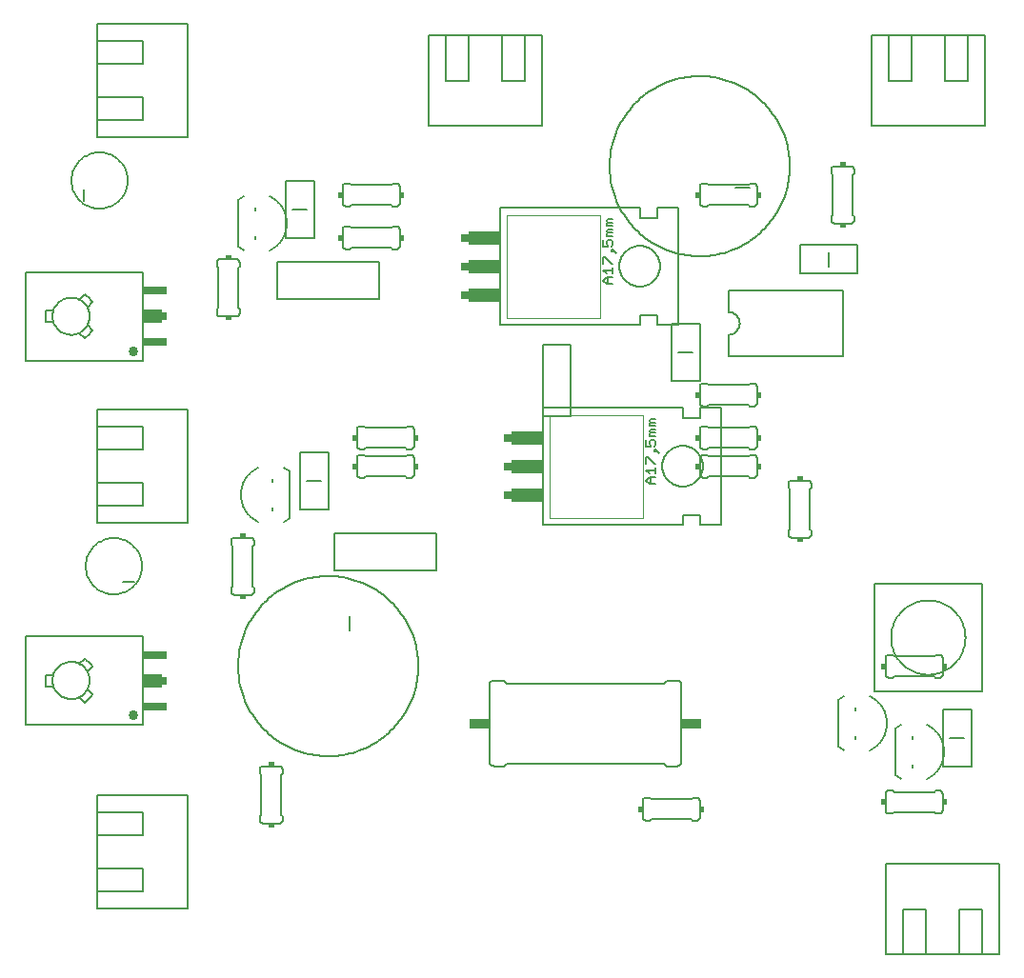
<source format=gto>
G75*
%MOIN*%
%OFA0B0*%
%FSLAX24Y24*%
%IPPOS*%
%LPD*%
%AMOC8*
5,1,8,0,0,1.08239X$1,22.5*
%
%ADD10C,0.0060*%
%ADD11R,0.0200X0.0150*%
%ADD12R,0.0150X0.0200*%
%ADD13C,0.0080*%
%ADD14C,0.0050*%
%ADD15C,0.0340*%
%ADD16R,0.0700X0.0500*%
%ADD17R,0.0850X0.0300*%
%ADD18C,0.0020*%
%ADD19R,0.0250X0.0300*%
%ADD20R,0.1100X0.0500*%
%ADD21R,0.0710X0.0320*%
D10*
X003750Y011450D02*
X003750Y014550D01*
X007850Y014550D01*
X007850Y011450D01*
X003750Y011450D01*
X004472Y012800D02*
X004731Y012800D01*
X004731Y013200D02*
X004472Y013200D01*
X005820Y012233D02*
X005868Y012264D01*
X005914Y012299D01*
X005958Y012336D01*
X005999Y012377D01*
X006038Y012420D01*
X006074Y012465D01*
X006106Y012512D01*
X005925Y012697D01*
X005639Y012418D02*
X005820Y012233D01*
X006106Y013488D02*
X006074Y013535D01*
X006038Y013580D01*
X005999Y013623D01*
X005958Y013664D01*
X005914Y013701D01*
X005868Y013736D01*
X005820Y013767D01*
X005639Y013582D01*
X005925Y013303D02*
X006106Y013488D01*
X004700Y013000D02*
X004702Y013050D01*
X004708Y013100D01*
X004718Y013150D01*
X004731Y013198D01*
X004748Y013246D01*
X004769Y013292D01*
X004793Y013336D01*
X004821Y013378D01*
X004852Y013418D01*
X004886Y013455D01*
X004923Y013490D01*
X004962Y013521D01*
X005003Y013550D01*
X005047Y013575D01*
X005093Y013597D01*
X005140Y013615D01*
X005188Y013629D01*
X005237Y013640D01*
X005287Y013647D01*
X005337Y013650D01*
X005388Y013649D01*
X005438Y013644D01*
X005488Y013635D01*
X005536Y013623D01*
X005584Y013606D01*
X005630Y013586D01*
X005675Y013563D01*
X005718Y013536D01*
X005758Y013506D01*
X005796Y013473D01*
X005831Y013437D01*
X005864Y013398D01*
X005893Y013357D01*
X005919Y013314D01*
X005942Y013269D01*
X005961Y013222D01*
X005976Y013174D01*
X005988Y013125D01*
X005996Y013075D01*
X006000Y013025D01*
X006000Y012975D01*
X005996Y012925D01*
X005988Y012875D01*
X005976Y012826D01*
X005961Y012778D01*
X005942Y012731D01*
X005919Y012686D01*
X005893Y012643D01*
X005864Y012602D01*
X005831Y012563D01*
X005796Y012527D01*
X005758Y012494D01*
X005718Y012464D01*
X005675Y012437D01*
X005630Y012414D01*
X005584Y012394D01*
X005536Y012377D01*
X005488Y012365D01*
X005438Y012356D01*
X005388Y012351D01*
X005337Y012350D01*
X005287Y012353D01*
X005237Y012360D01*
X005188Y012371D01*
X005140Y012385D01*
X005093Y012403D01*
X005047Y012425D01*
X005003Y012450D01*
X004962Y012479D01*
X004923Y012510D01*
X004886Y012545D01*
X004852Y012582D01*
X004821Y012622D01*
X004793Y012664D01*
X004769Y012708D01*
X004748Y012754D01*
X004731Y012802D01*
X004718Y012850D01*
X004708Y012900D01*
X004702Y012950D01*
X004700Y013000D01*
X004473Y013200D02*
X004462Y013143D01*
X004454Y013086D01*
X004450Y013029D01*
X004450Y012971D01*
X004454Y012914D01*
X004462Y012857D01*
X004473Y012800D01*
X010950Y016100D02*
X010950Y016250D01*
X011000Y016300D01*
X011000Y017700D01*
X010950Y017750D01*
X010950Y017900D01*
X010952Y017917D01*
X010956Y017934D01*
X010963Y017950D01*
X010973Y017964D01*
X010986Y017977D01*
X011000Y017987D01*
X011016Y017994D01*
X011033Y017998D01*
X011050Y018000D01*
X011650Y018000D01*
X011667Y017998D01*
X011684Y017994D01*
X011700Y017987D01*
X011714Y017977D01*
X011727Y017964D01*
X011737Y017950D01*
X011744Y017934D01*
X011748Y017917D01*
X011750Y017900D01*
X011750Y017750D01*
X011700Y017700D01*
X011700Y016300D01*
X011750Y016250D01*
X011750Y016100D01*
X011748Y016083D01*
X011744Y016066D01*
X011737Y016050D01*
X011727Y016036D01*
X011714Y016023D01*
X011700Y016013D01*
X011684Y016006D01*
X011667Y016002D01*
X011650Y016000D01*
X011050Y016000D01*
X011033Y016002D01*
X011016Y016006D01*
X011000Y016013D01*
X010986Y016023D01*
X010973Y016036D01*
X010963Y016050D01*
X010956Y016066D01*
X010952Y016083D01*
X010950Y016100D01*
X015350Y020200D02*
X015350Y020800D01*
X015352Y020817D01*
X015356Y020834D01*
X015363Y020850D01*
X015373Y020864D01*
X015386Y020877D01*
X015400Y020887D01*
X015416Y020894D01*
X015433Y020898D01*
X015450Y020900D01*
X015600Y020900D01*
X015650Y020850D01*
X017050Y020850D01*
X017100Y020900D01*
X017250Y020900D01*
X017267Y020898D01*
X017284Y020894D01*
X017300Y020887D01*
X017314Y020877D01*
X017327Y020864D01*
X017337Y020850D01*
X017344Y020834D01*
X017348Y020817D01*
X017350Y020800D01*
X017350Y020200D01*
X017348Y020183D01*
X017344Y020166D01*
X017337Y020150D01*
X017327Y020136D01*
X017314Y020123D01*
X017300Y020113D01*
X017284Y020106D01*
X017267Y020102D01*
X017250Y020100D01*
X017100Y020100D01*
X017050Y020150D01*
X015650Y020150D01*
X015600Y020100D01*
X015450Y020100D01*
X015433Y020102D01*
X015416Y020106D01*
X015400Y020113D01*
X015386Y020123D01*
X015373Y020136D01*
X015363Y020150D01*
X015356Y020166D01*
X015352Y020183D01*
X015350Y020200D01*
X015450Y021100D02*
X015600Y021100D01*
X015650Y021150D01*
X017050Y021150D01*
X017100Y021100D01*
X017250Y021100D01*
X017267Y021102D01*
X017284Y021106D01*
X017300Y021113D01*
X017314Y021123D01*
X017327Y021136D01*
X017337Y021150D01*
X017344Y021166D01*
X017348Y021183D01*
X017350Y021200D01*
X017350Y021800D01*
X017348Y021817D01*
X017344Y021834D01*
X017337Y021850D01*
X017327Y021864D01*
X017314Y021877D01*
X017300Y021887D01*
X017284Y021894D01*
X017267Y021898D01*
X017250Y021900D01*
X017100Y021900D01*
X017050Y021850D01*
X015650Y021850D01*
X015600Y021900D01*
X015450Y021900D01*
X015433Y021898D01*
X015416Y021894D01*
X015400Y021887D01*
X015386Y021877D01*
X015373Y021864D01*
X015363Y021850D01*
X015356Y021834D01*
X015352Y021817D01*
X015350Y021800D01*
X015350Y021200D01*
X015352Y021183D01*
X015356Y021166D01*
X015363Y021150D01*
X015373Y021136D01*
X015386Y021123D01*
X015400Y021113D01*
X015416Y021106D01*
X015433Y021102D01*
X015450Y021100D01*
X011150Y025750D02*
X010550Y025750D01*
X010533Y025752D01*
X010516Y025756D01*
X010500Y025763D01*
X010486Y025773D01*
X010473Y025786D01*
X010463Y025800D01*
X010456Y025816D01*
X010452Y025833D01*
X010450Y025850D01*
X010450Y026000D01*
X010500Y026050D01*
X010500Y027450D01*
X010450Y027500D01*
X010450Y027650D01*
X010452Y027667D01*
X010456Y027684D01*
X010463Y027700D01*
X010473Y027714D01*
X010486Y027727D01*
X010500Y027737D01*
X010516Y027744D01*
X010533Y027748D01*
X010550Y027750D01*
X011150Y027750D01*
X011167Y027748D01*
X011184Y027744D01*
X011200Y027737D01*
X011214Y027727D01*
X011227Y027714D01*
X011237Y027700D01*
X011244Y027684D01*
X011248Y027667D01*
X011250Y027650D01*
X011250Y027500D01*
X011200Y027450D01*
X011200Y026050D01*
X011250Y026000D01*
X011250Y025850D01*
X011248Y025833D01*
X011244Y025816D01*
X011237Y025800D01*
X011227Y025786D01*
X011214Y025773D01*
X011200Y025763D01*
X011184Y025756D01*
X011167Y025752D01*
X011150Y025750D01*
X014850Y028200D02*
X014850Y028800D01*
X014852Y028817D01*
X014856Y028834D01*
X014863Y028850D01*
X014873Y028864D01*
X014886Y028877D01*
X014900Y028887D01*
X014916Y028894D01*
X014933Y028898D01*
X014950Y028900D01*
X015100Y028900D01*
X015150Y028850D01*
X016550Y028850D01*
X016600Y028900D01*
X016750Y028900D01*
X016767Y028898D01*
X016784Y028894D01*
X016800Y028887D01*
X016814Y028877D01*
X016827Y028864D01*
X016837Y028850D01*
X016844Y028834D01*
X016848Y028817D01*
X016850Y028800D01*
X016850Y028200D01*
X016848Y028183D01*
X016844Y028166D01*
X016837Y028150D01*
X016827Y028136D01*
X016814Y028123D01*
X016800Y028113D01*
X016784Y028106D01*
X016767Y028102D01*
X016750Y028100D01*
X016600Y028100D01*
X016550Y028150D01*
X015150Y028150D01*
X015100Y028100D01*
X014950Y028100D01*
X014933Y028102D01*
X014916Y028106D01*
X014900Y028113D01*
X014886Y028123D01*
X014873Y028136D01*
X014863Y028150D01*
X014856Y028166D01*
X014852Y028183D01*
X014850Y028200D01*
X014950Y029600D02*
X015100Y029600D01*
X015150Y029650D01*
X016550Y029650D01*
X016600Y029600D01*
X016750Y029600D01*
X016767Y029602D01*
X016784Y029606D01*
X016800Y029613D01*
X016814Y029623D01*
X016827Y029636D01*
X016837Y029650D01*
X016844Y029666D01*
X016848Y029683D01*
X016850Y029700D01*
X016850Y030300D01*
X016848Y030317D01*
X016844Y030334D01*
X016837Y030350D01*
X016827Y030364D01*
X016814Y030377D01*
X016800Y030387D01*
X016784Y030394D01*
X016767Y030398D01*
X016750Y030400D01*
X016600Y030400D01*
X016550Y030350D01*
X015150Y030350D01*
X015100Y030400D01*
X014950Y030400D01*
X014933Y030398D01*
X014916Y030394D01*
X014900Y030387D01*
X014886Y030377D01*
X014873Y030364D01*
X014863Y030350D01*
X014856Y030334D01*
X014852Y030317D01*
X014850Y030300D01*
X014850Y029700D01*
X014852Y029683D01*
X014856Y029666D01*
X014863Y029650D01*
X014873Y029636D01*
X014886Y029623D01*
X014900Y029613D01*
X014916Y029606D01*
X014933Y029602D01*
X014950Y029600D01*
X027350Y029700D02*
X027350Y030300D01*
X027352Y030317D01*
X027356Y030334D01*
X027363Y030350D01*
X027373Y030364D01*
X027386Y030377D01*
X027400Y030387D01*
X027416Y030394D01*
X027433Y030398D01*
X027450Y030400D01*
X027600Y030400D01*
X027650Y030350D01*
X029050Y030350D01*
X029100Y030400D01*
X029250Y030400D01*
X029267Y030398D01*
X029284Y030394D01*
X029300Y030387D01*
X029314Y030377D01*
X029327Y030364D01*
X029337Y030350D01*
X029344Y030334D01*
X029348Y030317D01*
X029350Y030300D01*
X029350Y029700D01*
X029348Y029683D01*
X029344Y029666D01*
X029337Y029650D01*
X029327Y029636D01*
X029314Y029623D01*
X029300Y029613D01*
X029284Y029606D01*
X029267Y029602D01*
X029250Y029600D01*
X029100Y029600D01*
X029050Y029650D01*
X027650Y029650D01*
X027600Y029600D01*
X027450Y029600D01*
X027433Y029602D01*
X027416Y029606D01*
X027400Y029613D01*
X027386Y029623D01*
X027373Y029636D01*
X027363Y029650D01*
X027356Y029666D01*
X027352Y029683D01*
X027350Y029700D01*
X028350Y026650D02*
X028350Y025900D01*
X028389Y025898D01*
X028428Y025892D01*
X028466Y025883D01*
X028503Y025870D01*
X028539Y025853D01*
X028572Y025833D01*
X028604Y025809D01*
X028633Y025783D01*
X028659Y025754D01*
X028683Y025722D01*
X028703Y025689D01*
X028720Y025653D01*
X028733Y025616D01*
X028742Y025578D01*
X028748Y025539D01*
X028750Y025500D01*
X028748Y025461D01*
X028742Y025422D01*
X028733Y025384D01*
X028720Y025347D01*
X028703Y025311D01*
X028683Y025278D01*
X028659Y025246D01*
X028633Y025217D01*
X028604Y025191D01*
X028572Y025167D01*
X028539Y025147D01*
X028503Y025130D01*
X028466Y025117D01*
X028428Y025108D01*
X028389Y025102D01*
X028350Y025100D01*
X028350Y024350D01*
X032350Y024350D01*
X032350Y026650D01*
X028350Y026650D01*
X027600Y023400D02*
X027450Y023400D01*
X027433Y023398D01*
X027416Y023394D01*
X027400Y023387D01*
X027386Y023377D01*
X027373Y023364D01*
X027363Y023350D01*
X027356Y023334D01*
X027352Y023317D01*
X027350Y023300D01*
X027350Y022700D01*
X027352Y022683D01*
X027356Y022666D01*
X027363Y022650D01*
X027373Y022636D01*
X027386Y022623D01*
X027400Y022613D01*
X027416Y022606D01*
X027433Y022602D01*
X027450Y022600D01*
X027600Y022600D01*
X027650Y022650D01*
X029050Y022650D01*
X029100Y022600D01*
X029250Y022600D01*
X029267Y022602D01*
X029284Y022606D01*
X029300Y022613D01*
X029314Y022623D01*
X029327Y022636D01*
X029337Y022650D01*
X029344Y022666D01*
X029348Y022683D01*
X029350Y022700D01*
X029350Y023300D01*
X029348Y023317D01*
X029344Y023334D01*
X029337Y023350D01*
X029327Y023364D01*
X029314Y023377D01*
X029300Y023387D01*
X029284Y023394D01*
X029267Y023398D01*
X029250Y023400D01*
X029100Y023400D01*
X029050Y023350D01*
X027650Y023350D01*
X027600Y023400D01*
X027600Y021900D02*
X027650Y021850D01*
X029050Y021850D01*
X029100Y021900D01*
X029250Y021900D01*
X029267Y021898D01*
X029284Y021894D01*
X029300Y021887D01*
X029314Y021877D01*
X029327Y021864D01*
X029337Y021850D01*
X029344Y021834D01*
X029348Y021817D01*
X029350Y021800D01*
X029350Y021200D01*
X029348Y021183D01*
X029344Y021166D01*
X029337Y021150D01*
X029327Y021136D01*
X029314Y021123D01*
X029300Y021113D01*
X029284Y021106D01*
X029267Y021102D01*
X029250Y021100D01*
X029100Y021100D01*
X029050Y021150D01*
X027650Y021150D01*
X027600Y021100D01*
X027450Y021100D01*
X027433Y021102D01*
X027416Y021106D01*
X027400Y021113D01*
X027386Y021123D01*
X027373Y021136D01*
X027363Y021150D01*
X027356Y021166D01*
X027352Y021183D01*
X027350Y021200D01*
X027350Y021800D01*
X027352Y021817D01*
X027356Y021834D01*
X027363Y021850D01*
X027373Y021864D01*
X027386Y021877D01*
X027400Y021887D01*
X027416Y021894D01*
X027433Y021898D01*
X027450Y021900D01*
X027600Y021900D01*
X027600Y020900D02*
X027650Y020850D01*
X029050Y020850D01*
X029100Y020900D01*
X029250Y020900D01*
X029267Y020898D01*
X029284Y020894D01*
X029300Y020887D01*
X029314Y020877D01*
X029327Y020864D01*
X029337Y020850D01*
X029344Y020834D01*
X029348Y020817D01*
X029350Y020800D01*
X029350Y020200D01*
X029348Y020183D01*
X029344Y020166D01*
X029337Y020150D01*
X029327Y020136D01*
X029314Y020123D01*
X029300Y020113D01*
X029284Y020106D01*
X029267Y020102D01*
X029250Y020100D01*
X029100Y020100D01*
X029050Y020150D01*
X027650Y020150D01*
X027600Y020100D01*
X027450Y020100D01*
X027433Y020102D01*
X027416Y020106D01*
X027400Y020113D01*
X027386Y020123D01*
X027373Y020136D01*
X027363Y020150D01*
X027356Y020166D01*
X027352Y020183D01*
X027350Y020200D01*
X027350Y020800D01*
X027352Y020817D01*
X027356Y020834D01*
X027363Y020850D01*
X027373Y020864D01*
X027386Y020877D01*
X027400Y020887D01*
X027416Y020894D01*
X027433Y020898D01*
X027450Y020900D01*
X027600Y020900D01*
X030450Y019900D02*
X030450Y019750D01*
X030500Y019700D01*
X030500Y018300D01*
X030450Y018250D01*
X030450Y018100D01*
X030452Y018083D01*
X030456Y018066D01*
X030463Y018050D01*
X030473Y018036D01*
X030486Y018023D01*
X030500Y018013D01*
X030516Y018006D01*
X030533Y018002D01*
X030550Y018000D01*
X031150Y018000D01*
X031167Y018002D01*
X031184Y018006D01*
X031200Y018013D01*
X031214Y018023D01*
X031227Y018036D01*
X031237Y018050D01*
X031244Y018066D01*
X031248Y018083D01*
X031250Y018100D01*
X031250Y018250D01*
X031200Y018300D01*
X031200Y019700D01*
X031250Y019750D01*
X031250Y019900D01*
X031248Y019917D01*
X031244Y019934D01*
X031237Y019950D01*
X031227Y019964D01*
X031214Y019977D01*
X031200Y019987D01*
X031184Y019994D01*
X031167Y019998D01*
X031150Y020000D01*
X030550Y020000D01*
X030533Y019998D01*
X030516Y019994D01*
X030500Y019987D01*
X030486Y019977D01*
X030473Y019964D01*
X030463Y019950D01*
X030456Y019934D01*
X030452Y019917D01*
X030450Y019900D01*
X033950Y013900D02*
X034100Y013900D01*
X034150Y013850D01*
X035550Y013850D01*
X035600Y013900D01*
X035750Y013900D01*
X035767Y013898D01*
X035784Y013894D01*
X035800Y013887D01*
X035814Y013877D01*
X035827Y013864D01*
X035837Y013850D01*
X035844Y013834D01*
X035848Y013817D01*
X035850Y013800D01*
X035850Y013200D01*
X035848Y013183D01*
X035844Y013166D01*
X035837Y013150D01*
X035827Y013136D01*
X035814Y013123D01*
X035800Y013113D01*
X035784Y013106D01*
X035767Y013102D01*
X035750Y013100D01*
X035600Y013100D01*
X035550Y013150D01*
X034150Y013150D01*
X034100Y013100D01*
X033950Y013100D01*
X033933Y013102D01*
X033916Y013106D01*
X033900Y013113D01*
X033886Y013123D01*
X033873Y013136D01*
X033863Y013150D01*
X033856Y013166D01*
X033852Y013183D01*
X033850Y013200D01*
X033850Y013800D01*
X033852Y013817D01*
X033856Y013834D01*
X033863Y013850D01*
X033873Y013864D01*
X033886Y013877D01*
X033900Y013887D01*
X033916Y013894D01*
X033933Y013898D01*
X033950Y013900D01*
X033950Y009150D02*
X034100Y009150D01*
X034150Y009100D01*
X035550Y009100D01*
X035600Y009150D01*
X035750Y009150D01*
X035767Y009148D01*
X035784Y009144D01*
X035800Y009137D01*
X035814Y009127D01*
X035827Y009114D01*
X035837Y009100D01*
X035844Y009084D01*
X035848Y009067D01*
X035850Y009050D01*
X035850Y008450D01*
X035848Y008433D01*
X035844Y008416D01*
X035837Y008400D01*
X035827Y008386D01*
X035814Y008373D01*
X035800Y008363D01*
X035784Y008356D01*
X035767Y008352D01*
X035750Y008350D01*
X035600Y008350D01*
X035550Y008400D01*
X034150Y008400D01*
X034100Y008350D01*
X033950Y008350D01*
X033933Y008352D01*
X033916Y008356D01*
X033900Y008363D01*
X033886Y008373D01*
X033873Y008386D01*
X033863Y008400D01*
X033856Y008416D01*
X033852Y008433D01*
X033850Y008450D01*
X033850Y009050D01*
X033852Y009067D01*
X033856Y009084D01*
X033863Y009100D01*
X033873Y009114D01*
X033886Y009127D01*
X033900Y009137D01*
X033916Y009144D01*
X033933Y009148D01*
X033950Y009150D01*
X027350Y008800D02*
X027350Y008200D01*
X027348Y008183D01*
X027344Y008166D01*
X027337Y008150D01*
X027327Y008136D01*
X027314Y008123D01*
X027300Y008113D01*
X027284Y008106D01*
X027267Y008102D01*
X027250Y008100D01*
X027100Y008100D01*
X027050Y008150D01*
X025650Y008150D01*
X025600Y008100D01*
X025450Y008100D01*
X025433Y008102D01*
X025416Y008106D01*
X025400Y008113D01*
X025386Y008123D01*
X025373Y008136D01*
X025363Y008150D01*
X025356Y008166D01*
X025352Y008183D01*
X025350Y008200D01*
X025350Y008800D01*
X025352Y008817D01*
X025356Y008834D01*
X025363Y008850D01*
X025373Y008864D01*
X025386Y008877D01*
X025400Y008887D01*
X025416Y008894D01*
X025433Y008898D01*
X025450Y008900D01*
X025600Y008900D01*
X025650Y008850D01*
X027050Y008850D01*
X027100Y008900D01*
X027250Y008900D01*
X027267Y008898D01*
X027284Y008894D01*
X027300Y008887D01*
X027314Y008877D01*
X027327Y008864D01*
X027337Y008850D01*
X027344Y008834D01*
X027348Y008817D01*
X027350Y008800D01*
X026550Y010000D02*
X026200Y010000D01*
X026100Y010100D01*
X020600Y010100D01*
X020500Y010000D01*
X020150Y010000D01*
X020127Y010002D01*
X020104Y010007D01*
X020082Y010016D01*
X020062Y010029D01*
X020044Y010044D01*
X020029Y010062D01*
X020016Y010082D01*
X020007Y010104D01*
X020002Y010127D01*
X020000Y010150D01*
X020000Y012850D01*
X020002Y012873D01*
X020007Y012896D01*
X020016Y012918D01*
X020029Y012938D01*
X020044Y012956D01*
X020062Y012971D01*
X020082Y012984D01*
X020104Y012993D01*
X020127Y012998D01*
X020150Y013000D01*
X020500Y013000D01*
X020600Y012900D01*
X026100Y012900D01*
X026200Y013000D01*
X026550Y013000D01*
X026573Y012998D01*
X026596Y012993D01*
X026618Y012984D01*
X026638Y012971D01*
X026656Y012956D01*
X026671Y012938D01*
X026684Y012918D01*
X026693Y012896D01*
X026698Y012873D01*
X026700Y012850D01*
X026700Y010150D01*
X026698Y010127D01*
X026693Y010104D01*
X026684Y010082D01*
X026671Y010062D01*
X026656Y010044D01*
X026638Y010029D01*
X026618Y010016D01*
X026596Y010007D01*
X026573Y010002D01*
X026550Y010000D01*
X012750Y009900D02*
X012750Y009750D01*
X012700Y009700D01*
X012700Y008300D01*
X012750Y008250D01*
X012750Y008100D01*
X012748Y008083D01*
X012744Y008066D01*
X012737Y008050D01*
X012727Y008036D01*
X012714Y008023D01*
X012700Y008013D01*
X012684Y008006D01*
X012667Y008002D01*
X012650Y008000D01*
X012050Y008000D01*
X012033Y008002D01*
X012016Y008006D01*
X012000Y008013D01*
X011986Y008023D01*
X011973Y008036D01*
X011963Y008050D01*
X011956Y008066D01*
X011952Y008083D01*
X011950Y008100D01*
X011950Y008250D01*
X012000Y008300D01*
X012000Y009700D01*
X011950Y009750D01*
X011950Y009900D01*
X011952Y009917D01*
X011956Y009934D01*
X011963Y009950D01*
X011973Y009964D01*
X011986Y009977D01*
X012000Y009987D01*
X012016Y009994D01*
X012033Y009998D01*
X012050Y010000D01*
X012650Y010000D01*
X012667Y009998D01*
X012684Y009994D01*
X012700Y009987D01*
X012714Y009977D01*
X012727Y009964D01*
X012737Y009950D01*
X012744Y009934D01*
X012748Y009917D01*
X012750Y009900D01*
X031950Y029100D02*
X031950Y029250D01*
X032000Y029300D01*
X032000Y030700D01*
X031950Y030750D01*
X031950Y030900D01*
X031952Y030917D01*
X031956Y030934D01*
X031963Y030950D01*
X031973Y030964D01*
X031986Y030977D01*
X032000Y030987D01*
X032016Y030994D01*
X032033Y030998D01*
X032050Y031000D01*
X032650Y031000D01*
X032667Y030998D01*
X032684Y030994D01*
X032700Y030987D01*
X032714Y030977D01*
X032727Y030964D01*
X032737Y030950D01*
X032744Y030934D01*
X032748Y030917D01*
X032750Y030900D01*
X032750Y030750D01*
X032700Y030700D01*
X032700Y029300D01*
X032750Y029250D01*
X032750Y029100D01*
X032748Y029083D01*
X032744Y029066D01*
X032737Y029050D01*
X032727Y029036D01*
X032714Y029023D01*
X032700Y029013D01*
X032684Y029006D01*
X032667Y029002D01*
X032650Y029000D01*
X032050Y029000D01*
X032033Y029002D01*
X032016Y029006D01*
X032000Y029013D01*
X031986Y029023D01*
X031973Y029036D01*
X031963Y029050D01*
X031956Y029066D01*
X031952Y029083D01*
X031950Y029100D01*
D11*
X032350Y028925D03*
X032350Y031075D03*
X030850Y020075D03*
X030850Y017925D03*
X012350Y010075D03*
X012350Y007925D03*
X011350Y015925D03*
X011350Y018075D03*
X010850Y025675D03*
X010850Y027825D03*
D12*
X014775Y028500D03*
X014775Y030000D03*
X016925Y030000D03*
X016925Y028500D03*
X017425Y021500D03*
X017425Y020500D03*
X015275Y020500D03*
X015275Y021500D03*
X027275Y021500D03*
X027275Y020500D03*
X029425Y020500D03*
X029425Y021500D03*
X029425Y023000D03*
X027275Y023000D03*
X027275Y030000D03*
X029425Y030000D03*
X033775Y013500D03*
X035925Y013500D03*
X035925Y008750D03*
X033775Y008750D03*
X027425Y008500D03*
X025275Y008500D03*
D13*
X018122Y016850D02*
X014578Y016850D01*
X014578Y018150D01*
X018122Y018150D01*
X018122Y016850D01*
X015100Y015250D02*
X015100Y014750D01*
X011200Y013500D02*
X011202Y013612D01*
X011208Y013723D01*
X011218Y013835D01*
X011232Y013946D01*
X011249Y014056D01*
X011271Y014166D01*
X011297Y014275D01*
X011326Y014383D01*
X011359Y014489D01*
X011396Y014595D01*
X011437Y014699D01*
X011482Y014802D01*
X011530Y014903D01*
X011581Y015002D01*
X011636Y015099D01*
X011695Y015194D01*
X011756Y015288D01*
X011821Y015379D01*
X011890Y015467D01*
X011961Y015553D01*
X012035Y015637D01*
X012113Y015717D01*
X012193Y015795D01*
X012276Y015871D01*
X012361Y015943D01*
X012449Y016012D01*
X012539Y016078D01*
X012632Y016140D01*
X012727Y016200D01*
X012824Y016256D01*
X012922Y016308D01*
X013023Y016357D01*
X013125Y016402D01*
X013229Y016444D01*
X013334Y016482D01*
X013441Y016516D01*
X013548Y016546D01*
X013657Y016573D01*
X013766Y016595D01*
X013877Y016614D01*
X013987Y016629D01*
X014099Y016640D01*
X014210Y016647D01*
X014322Y016650D01*
X014434Y016649D01*
X014546Y016644D01*
X014657Y016635D01*
X014768Y016622D01*
X014879Y016605D01*
X014989Y016585D01*
X015098Y016560D01*
X015206Y016532D01*
X015313Y016499D01*
X015419Y016463D01*
X015523Y016423D01*
X015626Y016380D01*
X015728Y016333D01*
X015827Y016282D01*
X015925Y016228D01*
X016021Y016170D01*
X016115Y016109D01*
X016206Y016045D01*
X016295Y015978D01*
X016382Y015907D01*
X016466Y015833D01*
X016548Y015757D01*
X016626Y015677D01*
X016702Y015595D01*
X016775Y015510D01*
X016845Y015423D01*
X016911Y015333D01*
X016975Y015241D01*
X017035Y015147D01*
X017092Y015051D01*
X017145Y014952D01*
X017195Y014852D01*
X017241Y014751D01*
X017284Y014647D01*
X017323Y014542D01*
X017358Y014436D01*
X017389Y014329D01*
X017417Y014220D01*
X017440Y014111D01*
X017460Y014001D01*
X017476Y013890D01*
X017488Y013779D01*
X017496Y013668D01*
X017500Y013556D01*
X017500Y013444D01*
X017496Y013332D01*
X017488Y013221D01*
X017476Y013110D01*
X017460Y012999D01*
X017440Y012889D01*
X017417Y012780D01*
X017389Y012671D01*
X017358Y012564D01*
X017323Y012458D01*
X017284Y012353D01*
X017241Y012249D01*
X017195Y012148D01*
X017145Y012048D01*
X017092Y011949D01*
X017035Y011853D01*
X016975Y011759D01*
X016911Y011667D01*
X016845Y011577D01*
X016775Y011490D01*
X016702Y011405D01*
X016626Y011323D01*
X016548Y011243D01*
X016466Y011167D01*
X016382Y011093D01*
X016295Y011022D01*
X016206Y010955D01*
X016115Y010891D01*
X016021Y010830D01*
X015925Y010772D01*
X015827Y010718D01*
X015728Y010667D01*
X015626Y010620D01*
X015523Y010577D01*
X015419Y010537D01*
X015313Y010501D01*
X015206Y010468D01*
X015098Y010440D01*
X014989Y010415D01*
X014879Y010395D01*
X014768Y010378D01*
X014657Y010365D01*
X014546Y010356D01*
X014434Y010351D01*
X014322Y010350D01*
X014210Y010353D01*
X014099Y010360D01*
X013987Y010371D01*
X013877Y010386D01*
X013766Y010405D01*
X013657Y010427D01*
X013548Y010454D01*
X013441Y010484D01*
X013334Y010518D01*
X013229Y010556D01*
X013125Y010598D01*
X013023Y010643D01*
X012922Y010692D01*
X012824Y010744D01*
X012727Y010800D01*
X012632Y010860D01*
X012539Y010922D01*
X012449Y010988D01*
X012361Y011057D01*
X012276Y011129D01*
X012193Y011205D01*
X012113Y011283D01*
X012035Y011363D01*
X011961Y011447D01*
X011890Y011533D01*
X011821Y011621D01*
X011756Y011712D01*
X011695Y011806D01*
X011636Y011901D01*
X011581Y011998D01*
X011530Y012097D01*
X011482Y012198D01*
X011437Y012301D01*
X011396Y012405D01*
X011359Y012511D01*
X011326Y012617D01*
X011297Y012725D01*
X011271Y012834D01*
X011249Y012944D01*
X011232Y013054D01*
X011218Y013165D01*
X011208Y013277D01*
X011202Y013388D01*
X011200Y013500D01*
X007550Y016450D02*
X007150Y016450D01*
X005866Y017000D02*
X005868Y017062D01*
X005874Y017125D01*
X005884Y017186D01*
X005898Y017247D01*
X005915Y017307D01*
X005936Y017366D01*
X005962Y017423D01*
X005990Y017478D01*
X006022Y017532D01*
X006058Y017583D01*
X006096Y017633D01*
X006138Y017679D01*
X006182Y017723D01*
X006230Y017764D01*
X006279Y017802D01*
X006331Y017836D01*
X006385Y017867D01*
X006441Y017895D01*
X006499Y017919D01*
X006558Y017940D01*
X006618Y017956D01*
X006679Y017969D01*
X006741Y017978D01*
X006803Y017983D01*
X006866Y017984D01*
X006928Y017981D01*
X006990Y017974D01*
X007052Y017963D01*
X007112Y017948D01*
X007172Y017930D01*
X007230Y017908D01*
X007287Y017882D01*
X007342Y017852D01*
X007395Y017819D01*
X007446Y017783D01*
X007494Y017744D01*
X007540Y017701D01*
X007583Y017656D01*
X007623Y017608D01*
X007660Y017558D01*
X007694Y017505D01*
X007725Y017451D01*
X007751Y017395D01*
X007775Y017337D01*
X007794Y017277D01*
X007810Y017217D01*
X007822Y017155D01*
X007830Y017094D01*
X007834Y017031D01*
X007834Y016969D01*
X007830Y016906D01*
X007822Y016845D01*
X007810Y016783D01*
X007794Y016723D01*
X007775Y016663D01*
X007751Y016605D01*
X007725Y016549D01*
X007694Y016495D01*
X007660Y016442D01*
X007623Y016392D01*
X007583Y016344D01*
X007540Y016299D01*
X007494Y016256D01*
X007446Y016217D01*
X007395Y016181D01*
X007342Y016148D01*
X007287Y016118D01*
X007230Y016092D01*
X007172Y016070D01*
X007112Y016052D01*
X007052Y016037D01*
X006990Y016026D01*
X006928Y016019D01*
X006866Y016016D01*
X006803Y016017D01*
X006741Y016022D01*
X006679Y016031D01*
X006618Y016044D01*
X006558Y016060D01*
X006499Y016081D01*
X006441Y016105D01*
X006385Y016133D01*
X006331Y016164D01*
X006279Y016198D01*
X006230Y016236D01*
X006182Y016277D01*
X006138Y016321D01*
X006096Y016367D01*
X006058Y016417D01*
X006022Y016468D01*
X005990Y016522D01*
X005962Y016577D01*
X005936Y016634D01*
X005915Y016693D01*
X005898Y016753D01*
X005884Y016814D01*
X005874Y016875D01*
X005868Y016938D01*
X005866Y017000D01*
X013350Y019000D02*
X014350Y019000D01*
X014350Y021000D01*
X013350Y021000D01*
X013350Y019000D01*
X013600Y020000D02*
X014100Y020000D01*
X012578Y026350D02*
X012578Y027650D01*
X016122Y027650D01*
X016122Y026350D01*
X012578Y026350D01*
X012850Y028500D02*
X013850Y028500D01*
X013850Y030500D01*
X012850Y030500D01*
X012850Y028500D01*
X013100Y029500D02*
X013600Y029500D01*
X005366Y030500D02*
X005368Y030562D01*
X005374Y030625D01*
X005384Y030686D01*
X005398Y030747D01*
X005415Y030807D01*
X005436Y030866D01*
X005462Y030923D01*
X005490Y030978D01*
X005522Y031032D01*
X005558Y031083D01*
X005596Y031133D01*
X005638Y031179D01*
X005682Y031223D01*
X005730Y031264D01*
X005779Y031302D01*
X005831Y031336D01*
X005885Y031367D01*
X005941Y031395D01*
X005999Y031419D01*
X006058Y031440D01*
X006118Y031456D01*
X006179Y031469D01*
X006241Y031478D01*
X006303Y031483D01*
X006366Y031484D01*
X006428Y031481D01*
X006490Y031474D01*
X006552Y031463D01*
X006612Y031448D01*
X006672Y031430D01*
X006730Y031408D01*
X006787Y031382D01*
X006842Y031352D01*
X006895Y031319D01*
X006946Y031283D01*
X006994Y031244D01*
X007040Y031201D01*
X007083Y031156D01*
X007123Y031108D01*
X007160Y031058D01*
X007194Y031005D01*
X007225Y030951D01*
X007251Y030895D01*
X007275Y030837D01*
X007294Y030777D01*
X007310Y030717D01*
X007322Y030655D01*
X007330Y030594D01*
X007334Y030531D01*
X007334Y030469D01*
X007330Y030406D01*
X007322Y030345D01*
X007310Y030283D01*
X007294Y030223D01*
X007275Y030163D01*
X007251Y030105D01*
X007225Y030049D01*
X007194Y029995D01*
X007160Y029942D01*
X007123Y029892D01*
X007083Y029844D01*
X007040Y029799D01*
X006994Y029756D01*
X006946Y029717D01*
X006895Y029681D01*
X006842Y029648D01*
X006787Y029618D01*
X006730Y029592D01*
X006672Y029570D01*
X006612Y029552D01*
X006552Y029537D01*
X006490Y029526D01*
X006428Y029519D01*
X006366Y029516D01*
X006303Y029517D01*
X006241Y029522D01*
X006179Y029531D01*
X006118Y029544D01*
X006058Y029560D01*
X005999Y029581D01*
X005941Y029605D01*
X005885Y029633D01*
X005831Y029664D01*
X005779Y029698D01*
X005730Y029736D01*
X005682Y029777D01*
X005638Y029821D01*
X005596Y029867D01*
X005558Y029917D01*
X005522Y029968D01*
X005490Y030022D01*
X005462Y030077D01*
X005436Y030134D01*
X005415Y030193D01*
X005398Y030253D01*
X005384Y030314D01*
X005374Y030375D01*
X005368Y030438D01*
X005366Y030500D01*
X005800Y030200D02*
X005800Y029800D01*
X021878Y024740D02*
X021878Y022260D01*
X022822Y022260D01*
X022822Y024740D01*
X021878Y024740D01*
X026350Y025500D02*
X026350Y023500D01*
X027350Y023500D01*
X027350Y025500D01*
X026350Y025500D01*
X026600Y024500D02*
X027100Y024500D01*
X030850Y027250D02*
X030850Y028250D01*
X032850Y028250D01*
X032850Y027250D01*
X030850Y027250D01*
X031850Y027500D02*
X031850Y028000D01*
X029100Y030250D02*
X028600Y030250D01*
X024200Y031000D02*
X024202Y031112D01*
X024208Y031223D01*
X024218Y031335D01*
X024232Y031446D01*
X024249Y031556D01*
X024271Y031666D01*
X024297Y031775D01*
X024326Y031883D01*
X024359Y031989D01*
X024396Y032095D01*
X024437Y032199D01*
X024482Y032302D01*
X024530Y032403D01*
X024581Y032502D01*
X024636Y032599D01*
X024695Y032694D01*
X024756Y032788D01*
X024821Y032879D01*
X024890Y032967D01*
X024961Y033053D01*
X025035Y033137D01*
X025113Y033217D01*
X025193Y033295D01*
X025276Y033371D01*
X025361Y033443D01*
X025449Y033512D01*
X025539Y033578D01*
X025632Y033640D01*
X025727Y033700D01*
X025824Y033756D01*
X025922Y033808D01*
X026023Y033857D01*
X026125Y033902D01*
X026229Y033944D01*
X026334Y033982D01*
X026441Y034016D01*
X026548Y034046D01*
X026657Y034073D01*
X026766Y034095D01*
X026877Y034114D01*
X026987Y034129D01*
X027099Y034140D01*
X027210Y034147D01*
X027322Y034150D01*
X027434Y034149D01*
X027546Y034144D01*
X027657Y034135D01*
X027768Y034122D01*
X027879Y034105D01*
X027989Y034085D01*
X028098Y034060D01*
X028206Y034032D01*
X028313Y033999D01*
X028419Y033963D01*
X028523Y033923D01*
X028626Y033880D01*
X028728Y033833D01*
X028827Y033782D01*
X028925Y033728D01*
X029021Y033670D01*
X029115Y033609D01*
X029206Y033545D01*
X029295Y033478D01*
X029382Y033407D01*
X029466Y033333D01*
X029548Y033257D01*
X029626Y033177D01*
X029702Y033095D01*
X029775Y033010D01*
X029845Y032923D01*
X029911Y032833D01*
X029975Y032741D01*
X030035Y032647D01*
X030092Y032551D01*
X030145Y032452D01*
X030195Y032352D01*
X030241Y032251D01*
X030284Y032147D01*
X030323Y032042D01*
X030358Y031936D01*
X030389Y031829D01*
X030417Y031720D01*
X030440Y031611D01*
X030460Y031501D01*
X030476Y031390D01*
X030488Y031279D01*
X030496Y031168D01*
X030500Y031056D01*
X030500Y030944D01*
X030496Y030832D01*
X030488Y030721D01*
X030476Y030610D01*
X030460Y030499D01*
X030440Y030389D01*
X030417Y030280D01*
X030389Y030171D01*
X030358Y030064D01*
X030323Y029958D01*
X030284Y029853D01*
X030241Y029749D01*
X030195Y029648D01*
X030145Y029548D01*
X030092Y029449D01*
X030035Y029353D01*
X029975Y029259D01*
X029911Y029167D01*
X029845Y029077D01*
X029775Y028990D01*
X029702Y028905D01*
X029626Y028823D01*
X029548Y028743D01*
X029466Y028667D01*
X029382Y028593D01*
X029295Y028522D01*
X029206Y028455D01*
X029115Y028391D01*
X029021Y028330D01*
X028925Y028272D01*
X028827Y028218D01*
X028728Y028167D01*
X028626Y028120D01*
X028523Y028077D01*
X028419Y028037D01*
X028313Y028001D01*
X028206Y027968D01*
X028098Y027940D01*
X027989Y027915D01*
X027879Y027895D01*
X027768Y027878D01*
X027657Y027865D01*
X027546Y027856D01*
X027434Y027851D01*
X027322Y027850D01*
X027210Y027853D01*
X027099Y027860D01*
X026987Y027871D01*
X026877Y027886D01*
X026766Y027905D01*
X026657Y027927D01*
X026548Y027954D01*
X026441Y027984D01*
X026334Y028018D01*
X026229Y028056D01*
X026125Y028098D01*
X026023Y028143D01*
X025922Y028192D01*
X025824Y028244D01*
X025727Y028300D01*
X025632Y028360D01*
X025539Y028422D01*
X025449Y028488D01*
X025361Y028557D01*
X025276Y028629D01*
X025193Y028705D01*
X025113Y028783D01*
X025035Y028863D01*
X024961Y028947D01*
X024890Y029033D01*
X024821Y029121D01*
X024756Y029212D01*
X024695Y029306D01*
X024636Y029401D01*
X024581Y029498D01*
X024530Y029597D01*
X024482Y029698D01*
X024437Y029801D01*
X024396Y029905D01*
X024359Y030011D01*
X024326Y030117D01*
X024297Y030225D01*
X024271Y030334D01*
X024249Y030444D01*
X024232Y030554D01*
X024218Y030665D01*
X024208Y030777D01*
X024202Y030888D01*
X024200Y031000D01*
X035850Y012000D02*
X036850Y012000D01*
X036850Y010000D01*
X035850Y010000D01*
X035850Y012000D01*
X036100Y011000D02*
X036600Y011000D01*
D14*
X006275Y005622D02*
X006275Y005031D01*
X009425Y005031D01*
X009425Y008969D01*
X006275Y008969D01*
X006275Y008378D01*
X007850Y008378D01*
X007850Y007591D01*
X006275Y007591D01*
X006275Y008378D01*
X006275Y007591D02*
X006275Y006409D01*
X007850Y006409D01*
X007850Y005622D01*
X006275Y005622D01*
X006275Y006409D01*
X006275Y018531D02*
X006275Y019122D01*
X007850Y019122D01*
X007850Y019909D01*
X006275Y019909D01*
X006275Y021091D01*
X007850Y021091D01*
X007850Y021878D01*
X006275Y021878D01*
X006275Y022469D01*
X009425Y022469D01*
X009425Y018531D01*
X006275Y018531D01*
X006275Y019122D02*
X006275Y019909D01*
X006275Y021091D02*
X006275Y021878D01*
X007850Y024200D02*
X003750Y024200D01*
X003750Y027300D01*
X007850Y027300D01*
X007850Y024200D01*
X006106Y025262D02*
X005925Y025447D01*
X005639Y025168D02*
X005820Y024983D01*
X004700Y025750D02*
X004702Y025800D01*
X004708Y025850D01*
X004718Y025900D01*
X004731Y025948D01*
X004748Y025996D01*
X004769Y026042D01*
X004793Y026086D01*
X004821Y026128D01*
X004852Y026168D01*
X004886Y026205D01*
X004923Y026240D01*
X004962Y026271D01*
X005003Y026300D01*
X005047Y026325D01*
X005093Y026347D01*
X005140Y026365D01*
X005188Y026379D01*
X005237Y026390D01*
X005287Y026397D01*
X005337Y026400D01*
X005388Y026399D01*
X005438Y026394D01*
X005488Y026385D01*
X005536Y026373D01*
X005584Y026356D01*
X005630Y026336D01*
X005675Y026313D01*
X005718Y026286D01*
X005758Y026256D01*
X005796Y026223D01*
X005831Y026187D01*
X005864Y026148D01*
X005893Y026107D01*
X005919Y026064D01*
X005942Y026019D01*
X005961Y025972D01*
X005976Y025924D01*
X005988Y025875D01*
X005996Y025825D01*
X006000Y025775D01*
X006000Y025725D01*
X005996Y025675D01*
X005988Y025625D01*
X005976Y025576D01*
X005961Y025528D01*
X005942Y025481D01*
X005919Y025436D01*
X005893Y025393D01*
X005864Y025352D01*
X005831Y025313D01*
X005796Y025277D01*
X005758Y025244D01*
X005718Y025214D01*
X005675Y025187D01*
X005630Y025164D01*
X005584Y025144D01*
X005536Y025127D01*
X005488Y025115D01*
X005438Y025106D01*
X005388Y025101D01*
X005337Y025100D01*
X005287Y025103D01*
X005237Y025110D01*
X005188Y025121D01*
X005140Y025135D01*
X005093Y025153D01*
X005047Y025175D01*
X005003Y025200D01*
X004962Y025229D01*
X004923Y025260D01*
X004886Y025295D01*
X004852Y025332D01*
X004821Y025372D01*
X004793Y025414D01*
X004769Y025458D01*
X004748Y025504D01*
X004731Y025552D01*
X004718Y025600D01*
X004708Y025650D01*
X004702Y025700D01*
X004700Y025750D01*
X004732Y025950D02*
X004473Y025950D01*
X004473Y025550D02*
X004732Y025550D01*
X005820Y024983D02*
X005868Y025014D01*
X005914Y025049D01*
X005958Y025086D01*
X005999Y025127D01*
X006038Y025170D01*
X006074Y025215D01*
X006106Y025262D01*
X005925Y026053D02*
X006106Y026238D01*
X005820Y026517D02*
X005639Y026332D01*
X004473Y025950D02*
X004462Y025893D01*
X004454Y025836D01*
X004450Y025779D01*
X004450Y025721D01*
X004454Y025664D01*
X004462Y025607D01*
X004473Y025550D01*
X005820Y026517D02*
X005868Y026486D01*
X005914Y026451D01*
X005958Y026414D01*
X005999Y026373D01*
X006038Y026330D01*
X006074Y026285D01*
X006106Y026238D01*
X011200Y028175D02*
X011200Y029825D01*
X011800Y029553D02*
X011800Y029447D01*
X011403Y029950D02*
X011349Y029923D01*
X011298Y029893D01*
X011248Y029860D01*
X011200Y029825D01*
X012297Y029950D02*
X012354Y029921D01*
X012410Y029888D01*
X012463Y029853D01*
X012514Y029813D01*
X012562Y029771D01*
X012608Y029726D01*
X012651Y029679D01*
X012691Y029629D01*
X012728Y029576D01*
X012761Y029521D01*
X012792Y029465D01*
X012818Y029406D01*
X012841Y029346D01*
X012861Y029285D01*
X012876Y029223D01*
X012888Y029160D01*
X012896Y029096D01*
X012900Y029032D01*
X012900Y028968D01*
X012896Y028904D01*
X012888Y028840D01*
X012876Y028777D01*
X012861Y028715D01*
X012841Y028654D01*
X012818Y028594D01*
X012792Y028535D01*
X012761Y028479D01*
X012728Y028424D01*
X012691Y028371D01*
X012651Y028321D01*
X012608Y028274D01*
X012562Y028229D01*
X012514Y028187D01*
X012463Y028147D01*
X012410Y028112D01*
X012354Y028079D01*
X012297Y028050D01*
X011800Y028447D02*
X011800Y028553D01*
X011412Y028046D02*
X011356Y028073D01*
X011302Y028104D01*
X011250Y028138D01*
X011200Y028175D01*
X009425Y032031D02*
X009425Y035969D01*
X006275Y035969D01*
X006275Y035378D01*
X007850Y035378D01*
X007850Y034591D01*
X006275Y034591D01*
X006275Y035378D01*
X006275Y034591D02*
X006275Y033409D01*
X007850Y033409D01*
X007850Y032622D01*
X006275Y032622D01*
X006275Y033409D01*
X006275Y032622D02*
X006275Y032031D01*
X009425Y032031D01*
X017881Y032425D02*
X021819Y032425D01*
X021819Y035575D01*
X021228Y035575D01*
X021228Y034000D01*
X020441Y034000D01*
X020441Y035575D01*
X021228Y035575D01*
X020441Y035575D02*
X019259Y035575D01*
X019259Y034000D01*
X018472Y034000D01*
X018472Y035575D01*
X019259Y035575D01*
X018472Y035575D02*
X017881Y035575D01*
X017881Y032425D01*
X020350Y029550D02*
X025250Y029550D01*
X025250Y029200D01*
X025850Y029200D01*
X025850Y029550D01*
X026600Y029550D01*
X026600Y025450D01*
X025850Y025450D01*
X025850Y025800D01*
X025250Y025800D01*
X025250Y025450D01*
X020350Y025450D01*
X020350Y029550D01*
X023975Y028425D02*
X023975Y028198D01*
X024145Y028198D01*
X024088Y028311D01*
X024088Y028368D01*
X024145Y028425D01*
X024258Y028425D01*
X024315Y028368D01*
X024315Y028254D01*
X024258Y028198D01*
X024258Y028072D02*
X024258Y028015D01*
X024315Y028015D01*
X024315Y028072D01*
X024258Y028072D01*
X024315Y028072D02*
X024428Y027958D01*
X024315Y027599D02*
X024258Y027599D01*
X024031Y027826D01*
X023975Y027826D01*
X023975Y027599D01*
X023975Y027353D02*
X024315Y027353D01*
X024315Y027240D02*
X024315Y027467D01*
X024088Y027240D02*
X023975Y027353D01*
X024088Y027108D02*
X023975Y026994D01*
X024088Y026881D01*
X024315Y026881D01*
X024145Y026881D02*
X024145Y027108D01*
X024088Y027108D02*
X024315Y027108D01*
X024540Y027500D02*
X024542Y027553D01*
X024548Y027606D01*
X024558Y027658D01*
X024572Y027709D01*
X024589Y027759D01*
X024610Y027808D01*
X024635Y027855D01*
X024663Y027900D01*
X024695Y027943D01*
X024730Y027983D01*
X024767Y028020D01*
X024807Y028055D01*
X024850Y028087D01*
X024895Y028115D01*
X024942Y028140D01*
X024991Y028161D01*
X025041Y028178D01*
X025092Y028192D01*
X025144Y028202D01*
X025197Y028208D01*
X025250Y028210D01*
X025303Y028208D01*
X025356Y028202D01*
X025408Y028192D01*
X025459Y028178D01*
X025509Y028161D01*
X025558Y028140D01*
X025605Y028115D01*
X025650Y028087D01*
X025693Y028055D01*
X025733Y028020D01*
X025770Y027983D01*
X025805Y027943D01*
X025837Y027900D01*
X025865Y027855D01*
X025890Y027808D01*
X025911Y027759D01*
X025928Y027709D01*
X025942Y027658D01*
X025952Y027606D01*
X025958Y027553D01*
X025960Y027500D01*
X025958Y027447D01*
X025952Y027394D01*
X025942Y027342D01*
X025928Y027291D01*
X025911Y027241D01*
X025890Y027192D01*
X025865Y027145D01*
X025837Y027100D01*
X025805Y027057D01*
X025770Y027017D01*
X025733Y026980D01*
X025693Y026945D01*
X025650Y026913D01*
X025605Y026885D01*
X025558Y026860D01*
X025509Y026839D01*
X025459Y026822D01*
X025408Y026808D01*
X025356Y026798D01*
X025303Y026792D01*
X025250Y026790D01*
X025197Y026792D01*
X025144Y026798D01*
X025092Y026808D01*
X025041Y026822D01*
X024991Y026839D01*
X024942Y026860D01*
X024895Y026885D01*
X024850Y026913D01*
X024807Y026945D01*
X024767Y026980D01*
X024730Y027017D01*
X024695Y027057D01*
X024663Y027100D01*
X024635Y027145D01*
X024610Y027192D01*
X024589Y027241D01*
X024572Y027291D01*
X024558Y027342D01*
X024548Y027394D01*
X024542Y027447D01*
X024540Y027500D01*
X024315Y028557D02*
X024088Y028557D01*
X024088Y028614D01*
X024145Y028670D01*
X024088Y028727D01*
X024145Y028784D01*
X024315Y028784D01*
X024315Y028670D02*
X024145Y028670D01*
X024088Y028916D02*
X024088Y028973D01*
X024145Y029029D01*
X024088Y029086D01*
X024145Y029143D01*
X024315Y029143D01*
X024315Y029029D02*
X024145Y029029D01*
X024088Y028916D02*
X024315Y028916D01*
X026750Y022550D02*
X021850Y022550D01*
X021850Y018450D01*
X026750Y018450D01*
X026750Y018800D01*
X027350Y018800D01*
X027350Y018450D01*
X028100Y018450D01*
X028100Y022550D01*
X027350Y022550D01*
X027350Y022200D01*
X026750Y022200D01*
X026750Y022550D01*
X025815Y022143D02*
X025645Y022143D01*
X025588Y022086D01*
X025645Y022029D01*
X025815Y022029D01*
X025815Y021916D02*
X025588Y021916D01*
X025588Y021973D01*
X025645Y022029D01*
X025645Y021784D02*
X025588Y021727D01*
X025645Y021670D01*
X025815Y021670D01*
X025815Y021557D02*
X025588Y021557D01*
X025588Y021614D01*
X025645Y021670D01*
X025645Y021784D02*
X025815Y021784D01*
X025758Y021425D02*
X025815Y021368D01*
X025815Y021254D01*
X025758Y021198D01*
X025645Y021198D02*
X025588Y021311D01*
X025588Y021368D01*
X025645Y021425D01*
X025758Y021425D01*
X025645Y021198D02*
X025475Y021198D01*
X025475Y021425D01*
X025758Y021072D02*
X025758Y021015D01*
X025815Y021015D01*
X025815Y021072D01*
X025758Y021072D01*
X025815Y021072D02*
X025928Y020958D01*
X025815Y020599D02*
X025758Y020599D01*
X025531Y020826D01*
X025475Y020826D01*
X025475Y020599D01*
X025475Y020353D02*
X025815Y020353D01*
X025815Y020240D02*
X025815Y020467D01*
X025588Y020240D02*
X025475Y020353D01*
X025588Y020108D02*
X025815Y020108D01*
X025645Y020108D02*
X025645Y019881D01*
X025588Y019881D02*
X025475Y019994D01*
X025588Y020108D01*
X025588Y019881D02*
X025815Y019881D01*
X026040Y020500D02*
X026042Y020553D01*
X026048Y020606D01*
X026058Y020658D01*
X026072Y020709D01*
X026089Y020759D01*
X026110Y020808D01*
X026135Y020855D01*
X026163Y020900D01*
X026195Y020943D01*
X026230Y020983D01*
X026267Y021020D01*
X026307Y021055D01*
X026350Y021087D01*
X026395Y021115D01*
X026442Y021140D01*
X026491Y021161D01*
X026541Y021178D01*
X026592Y021192D01*
X026644Y021202D01*
X026697Y021208D01*
X026750Y021210D01*
X026803Y021208D01*
X026856Y021202D01*
X026908Y021192D01*
X026959Y021178D01*
X027009Y021161D01*
X027058Y021140D01*
X027105Y021115D01*
X027150Y021087D01*
X027193Y021055D01*
X027233Y021020D01*
X027270Y020983D01*
X027305Y020943D01*
X027337Y020900D01*
X027365Y020855D01*
X027390Y020808D01*
X027411Y020759D01*
X027428Y020709D01*
X027442Y020658D01*
X027452Y020606D01*
X027458Y020553D01*
X027460Y020500D01*
X027458Y020447D01*
X027452Y020394D01*
X027442Y020342D01*
X027428Y020291D01*
X027411Y020241D01*
X027390Y020192D01*
X027365Y020145D01*
X027337Y020100D01*
X027305Y020057D01*
X027270Y020017D01*
X027233Y019980D01*
X027193Y019945D01*
X027150Y019913D01*
X027105Y019885D01*
X027058Y019860D01*
X027009Y019839D01*
X026959Y019822D01*
X026908Y019808D01*
X026856Y019798D01*
X026803Y019792D01*
X026750Y019790D01*
X026697Y019792D01*
X026644Y019798D01*
X026592Y019808D01*
X026541Y019822D01*
X026491Y019839D01*
X026442Y019860D01*
X026395Y019885D01*
X026350Y019913D01*
X026307Y019945D01*
X026267Y019980D01*
X026230Y020017D01*
X026195Y020057D01*
X026163Y020100D01*
X026135Y020145D01*
X026110Y020192D01*
X026089Y020241D01*
X026072Y020291D01*
X026058Y020342D01*
X026048Y020394D01*
X026042Y020447D01*
X026040Y020500D01*
X033475Y016375D02*
X033475Y012625D01*
X037225Y012625D01*
X037225Y016375D01*
X033475Y016375D01*
X034050Y014500D02*
X034052Y014572D01*
X034058Y014643D01*
X034068Y014714D01*
X034081Y014784D01*
X034099Y014854D01*
X034120Y014922D01*
X034146Y014989D01*
X034174Y015055D01*
X034207Y015119D01*
X034243Y015181D01*
X034282Y015241D01*
X034324Y015298D01*
X034370Y015354D01*
X034418Y015406D01*
X034470Y015456D01*
X034524Y015503D01*
X034580Y015547D01*
X034639Y015588D01*
X034700Y015626D01*
X034763Y015660D01*
X034828Y015691D01*
X034894Y015717D01*
X034962Y015741D01*
X035031Y015760D01*
X035101Y015776D01*
X035171Y015788D01*
X035243Y015796D01*
X035314Y015800D01*
X035386Y015800D01*
X035457Y015796D01*
X035529Y015788D01*
X035599Y015776D01*
X035669Y015760D01*
X035738Y015741D01*
X035806Y015717D01*
X035872Y015691D01*
X035937Y015660D01*
X036000Y015626D01*
X036061Y015588D01*
X036120Y015547D01*
X036176Y015503D01*
X036230Y015456D01*
X036282Y015406D01*
X036330Y015354D01*
X036376Y015298D01*
X036418Y015241D01*
X036457Y015181D01*
X036493Y015119D01*
X036526Y015055D01*
X036554Y014989D01*
X036580Y014922D01*
X036601Y014854D01*
X036619Y014784D01*
X036632Y014714D01*
X036642Y014643D01*
X036648Y014572D01*
X036650Y014500D01*
X036648Y014428D01*
X036642Y014357D01*
X036632Y014286D01*
X036619Y014216D01*
X036601Y014146D01*
X036580Y014078D01*
X036554Y014011D01*
X036526Y013945D01*
X036493Y013881D01*
X036457Y013819D01*
X036418Y013759D01*
X036376Y013702D01*
X036330Y013646D01*
X036282Y013594D01*
X036230Y013544D01*
X036176Y013497D01*
X036120Y013453D01*
X036061Y013412D01*
X036000Y013374D01*
X035937Y013340D01*
X035872Y013309D01*
X035806Y013283D01*
X035738Y013259D01*
X035669Y013240D01*
X035599Y013224D01*
X035529Y013212D01*
X035457Y013204D01*
X035386Y013200D01*
X035314Y013200D01*
X035243Y013204D01*
X035171Y013212D01*
X035101Y013224D01*
X035031Y013240D01*
X034962Y013259D01*
X034894Y013283D01*
X034828Y013309D01*
X034763Y013340D01*
X034700Y013374D01*
X034639Y013412D01*
X034580Y013453D01*
X034524Y013497D01*
X034470Y013544D01*
X034418Y013594D01*
X034370Y013646D01*
X034324Y013702D01*
X034282Y013759D01*
X034243Y013819D01*
X034207Y013881D01*
X034174Y013945D01*
X034146Y014011D01*
X034120Y014078D01*
X034099Y014146D01*
X034081Y014216D01*
X034068Y014286D01*
X034058Y014357D01*
X034052Y014428D01*
X034050Y014500D01*
X032200Y012325D02*
X032200Y010675D01*
X032800Y010947D02*
X032800Y011053D01*
X032412Y010546D02*
X032356Y010573D01*
X032302Y010604D01*
X032250Y010638D01*
X032200Y010675D01*
X033297Y010550D02*
X033354Y010579D01*
X033410Y010612D01*
X033463Y010647D01*
X033514Y010687D01*
X033562Y010729D01*
X033608Y010774D01*
X033651Y010821D01*
X033691Y010871D01*
X033728Y010924D01*
X033761Y010979D01*
X033792Y011035D01*
X033818Y011094D01*
X033841Y011154D01*
X033861Y011215D01*
X033876Y011277D01*
X033888Y011340D01*
X033896Y011404D01*
X033900Y011468D01*
X033900Y011532D01*
X033896Y011596D01*
X033888Y011660D01*
X033876Y011723D01*
X033861Y011785D01*
X033841Y011846D01*
X033818Y011906D01*
X033792Y011965D01*
X033761Y012021D01*
X033728Y012076D01*
X033691Y012129D01*
X033651Y012179D01*
X033608Y012226D01*
X033562Y012271D01*
X033514Y012313D01*
X033463Y012353D01*
X033410Y012388D01*
X033354Y012421D01*
X033297Y012450D01*
X032800Y012053D02*
X032800Y011947D01*
X032403Y012450D02*
X032349Y012423D01*
X032298Y012393D01*
X032248Y012360D01*
X032200Y012325D01*
X034200Y011325D02*
X034200Y009675D01*
X034800Y009947D02*
X034800Y010053D01*
X034412Y009546D02*
X034356Y009573D01*
X034302Y009604D01*
X034250Y009638D01*
X034200Y009675D01*
X035297Y009550D02*
X035354Y009579D01*
X035410Y009612D01*
X035463Y009647D01*
X035514Y009687D01*
X035562Y009729D01*
X035608Y009774D01*
X035651Y009821D01*
X035691Y009871D01*
X035728Y009924D01*
X035761Y009979D01*
X035792Y010035D01*
X035818Y010094D01*
X035841Y010154D01*
X035861Y010215D01*
X035876Y010277D01*
X035888Y010340D01*
X035896Y010404D01*
X035900Y010468D01*
X035900Y010532D01*
X035896Y010596D01*
X035888Y010660D01*
X035876Y010723D01*
X035861Y010785D01*
X035841Y010846D01*
X035818Y010906D01*
X035792Y010965D01*
X035761Y011021D01*
X035728Y011076D01*
X035691Y011129D01*
X035651Y011179D01*
X035608Y011226D01*
X035562Y011271D01*
X035514Y011313D01*
X035463Y011353D01*
X035410Y011388D01*
X035354Y011421D01*
X035297Y011450D01*
X034800Y011053D02*
X034800Y010947D01*
X034403Y011450D02*
X034349Y011423D01*
X034298Y011393D01*
X034248Y011360D01*
X034200Y011325D01*
X033881Y006575D02*
X037819Y006575D01*
X037819Y003425D01*
X037228Y003425D01*
X037228Y005000D01*
X036441Y005000D01*
X036441Y003425D01*
X035259Y003425D01*
X035259Y005000D01*
X034472Y005000D01*
X034472Y003425D01*
X033881Y003425D01*
X033881Y006575D01*
X034472Y003425D02*
X035259Y003425D01*
X036441Y003425D02*
X037228Y003425D01*
X013000Y018675D02*
X013000Y020325D01*
X012400Y020053D02*
X012400Y019947D01*
X012788Y020454D02*
X012844Y020427D01*
X012898Y020396D01*
X012950Y020362D01*
X013000Y020325D01*
X011903Y020450D02*
X011846Y020421D01*
X011790Y020388D01*
X011737Y020353D01*
X011686Y020313D01*
X011638Y020271D01*
X011592Y020226D01*
X011549Y020179D01*
X011509Y020129D01*
X011472Y020076D01*
X011439Y020021D01*
X011408Y019965D01*
X011382Y019906D01*
X011359Y019846D01*
X011339Y019785D01*
X011324Y019723D01*
X011312Y019660D01*
X011304Y019596D01*
X011300Y019532D01*
X011300Y019468D01*
X011304Y019404D01*
X011312Y019340D01*
X011324Y019277D01*
X011339Y019215D01*
X011359Y019154D01*
X011382Y019094D01*
X011408Y019035D01*
X011439Y018979D01*
X011472Y018924D01*
X011509Y018871D01*
X011549Y018821D01*
X011592Y018774D01*
X011638Y018729D01*
X011686Y018687D01*
X011737Y018647D01*
X011790Y018612D01*
X011846Y018579D01*
X011903Y018550D01*
X012400Y018947D02*
X012400Y019053D01*
X012797Y018550D02*
X012851Y018577D01*
X012902Y018607D01*
X012952Y018640D01*
X013000Y018675D01*
X033381Y032425D02*
X037319Y032425D01*
X037319Y035575D01*
X036728Y035575D01*
X036728Y034000D01*
X035941Y034000D01*
X035941Y035575D01*
X036728Y035575D01*
X035941Y035575D02*
X034759Y035575D01*
X034759Y034000D01*
X033972Y034000D01*
X033972Y035575D01*
X034759Y035575D01*
X033972Y035575D02*
X033381Y035575D01*
X033381Y032425D01*
D15*
X007540Y024520D03*
X007540Y011770D03*
D16*
X008200Y013000D03*
X008200Y025750D03*
D17*
X008275Y025750D03*
X008275Y026650D03*
X008275Y024850D03*
X008275Y013900D03*
X008275Y013000D03*
X008275Y012100D03*
D18*
X022100Y018700D02*
X025350Y018700D01*
X025350Y022300D01*
X022100Y022300D01*
X022100Y018700D01*
X020600Y025700D02*
X023850Y025700D01*
X023850Y029300D01*
X020600Y029300D01*
X020600Y025700D01*
D19*
X019125Y026500D03*
X019125Y027500D03*
X019125Y028500D03*
X020625Y021500D03*
X020625Y020500D03*
X020625Y019500D03*
D20*
X021300Y019500D03*
X021300Y020500D03*
X021300Y021500D03*
X019800Y026500D03*
X019800Y027500D03*
X019800Y028500D03*
D21*
X019645Y011500D03*
X027055Y011500D03*
M02*

</source>
